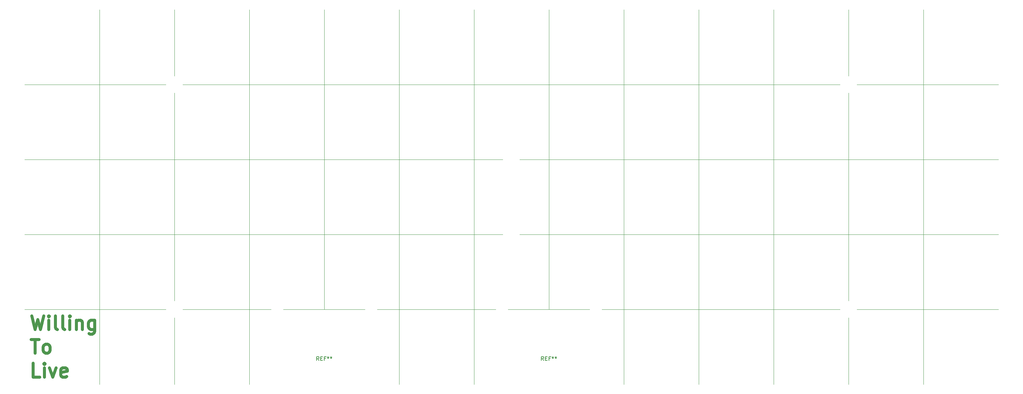
<source format=gto>
G04 #@! TF.GenerationSoftware,KiCad,Pcbnew,(5.1.10-1-10_14)*
G04 #@! TF.CreationDate,2021-09-30T10:55:57+10:00*
G04 #@! TF.ProjectId,WTLBetter62,57544c42-6574-4746-9572-36322e6b6963,rev?*
G04 #@! TF.SameCoordinates,Original*
G04 #@! TF.FileFunction,Legend,Top*
G04 #@! TF.FilePolarity,Positive*
%FSLAX46Y46*%
G04 Gerber Fmt 4.6, Leading zero omitted, Abs format (unit mm)*
G04 Created by KiCad (PCBNEW (5.1.10-1-10_14)) date 2021-09-30 10:55:57*
%MOMM*%
%LPD*%
G01*
G04 APERTURE LIST*
%ADD10C,0.800000*%
%ADD11C,0.120000*%
%ADD12C,0.150000*%
%ADD13C,3.000000*%
%ADD14C,1.900000*%
%ADD15C,4.100000*%
%ADD16C,1.152000*%
%ADD17C,3.048000*%
%ADD18C,3.987800*%
%ADD19O,1.000000X2.200000*%
%ADD20O,1.000000X1.800000*%
%ADD21C,1.400000*%
%ADD22C,4.300000*%
G04 APERTURE END LIST*
D10*
X25626250Y-54739583D02*
X26459583Y-58239583D01*
X27126250Y-55739583D01*
X27792916Y-58239583D01*
X28626250Y-54739583D01*
X29959583Y-58239583D02*
X29959583Y-55906250D01*
X29959583Y-54739583D02*
X29792916Y-54906250D01*
X29959583Y-55072916D01*
X30126250Y-54906250D01*
X29959583Y-54739583D01*
X29959583Y-55072916D01*
X32126250Y-58239583D02*
X31792916Y-58072916D01*
X31626250Y-57739583D01*
X31626250Y-54739583D01*
X33959583Y-58239583D02*
X33626250Y-58072916D01*
X33459583Y-57739583D01*
X33459583Y-54739583D01*
X35292916Y-58239583D02*
X35292916Y-55906250D01*
X35292916Y-54739583D02*
X35126250Y-54906250D01*
X35292916Y-55072916D01*
X35459583Y-54906250D01*
X35292916Y-54739583D01*
X35292916Y-55072916D01*
X36959583Y-55906250D02*
X36959583Y-58239583D01*
X36959583Y-56239583D02*
X37126250Y-56072916D01*
X37459583Y-55906250D01*
X37959583Y-55906250D01*
X38292916Y-56072916D01*
X38459583Y-56406250D01*
X38459583Y-58239583D01*
X41626250Y-55906250D02*
X41626250Y-58739583D01*
X41459583Y-59072916D01*
X41292916Y-59239583D01*
X40959583Y-59406250D01*
X40459583Y-59406250D01*
X40126250Y-59239583D01*
X41626250Y-58072916D02*
X41292916Y-58239583D01*
X40626250Y-58239583D01*
X40292916Y-58072916D01*
X40126250Y-57906250D01*
X39959583Y-57572916D01*
X39959583Y-56572916D01*
X40126250Y-56239583D01*
X40292916Y-56072916D01*
X40626250Y-55906250D01*
X41292916Y-55906250D01*
X41626250Y-56072916D01*
X25459583Y-60789583D02*
X27459583Y-60789583D01*
X26459583Y-64289583D02*
X26459583Y-60789583D01*
X29126250Y-64289583D02*
X28792916Y-64122916D01*
X28626250Y-63956250D01*
X28459583Y-63622916D01*
X28459583Y-62622916D01*
X28626250Y-62289583D01*
X28792916Y-62122916D01*
X29126250Y-61956250D01*
X29626250Y-61956250D01*
X29959583Y-62122916D01*
X30126250Y-62289583D01*
X30292916Y-62622916D01*
X30292916Y-63622916D01*
X30126250Y-63956250D01*
X29959583Y-64122916D01*
X29626250Y-64289583D01*
X29126250Y-64289583D01*
X27626250Y-70339583D02*
X25959583Y-70339583D01*
X25959583Y-66839583D01*
X28792916Y-70339583D02*
X28792916Y-68006250D01*
X28792916Y-66839583D02*
X28626250Y-67006250D01*
X28792916Y-67172916D01*
X28959583Y-67006250D01*
X28792916Y-66839583D01*
X28792916Y-67172916D01*
X30126250Y-68006250D02*
X30959583Y-70339583D01*
X31792916Y-68006250D01*
X34459583Y-70172916D02*
X34126250Y-70339583D01*
X33459583Y-70339583D01*
X33126250Y-70172916D01*
X32959583Y-69839583D01*
X32959583Y-68506250D01*
X33126250Y-68172916D01*
X33459583Y-68006250D01*
X34126250Y-68006250D01*
X34459583Y-68172916D01*
X34626250Y-68506250D01*
X34626250Y-68839583D01*
X32959583Y-69172916D01*
D11*
X23812500Y3968750D02*
X271462500Y3968750D01*
X271462500Y-15081250D02*
X23812500Y-15081250D01*
X23812500Y-34131250D02*
X271462500Y-34131250D01*
X271462500Y-53181250D02*
X23812500Y-53181250D01*
X252412500Y23018750D02*
X252412500Y-72231250D01*
X233362500Y-72231250D02*
X233362500Y23018750D01*
X214312500Y23018750D02*
X214312500Y-72231250D01*
X195262500Y-72231250D02*
X195262500Y23018750D01*
X176212500Y23018750D02*
X176212500Y-72231250D01*
X157162500Y-53181250D02*
X157162500Y23018750D01*
X138112500Y23018750D02*
X138112500Y-72231250D01*
X119062500Y-72231250D02*
X119062500Y23018750D01*
X100012500Y23018750D02*
X100012500Y-53181250D01*
X80962500Y-72231250D02*
X80962500Y23018750D01*
X61912500Y23018750D02*
X61912500Y-72231250D01*
X42862500Y-72231250D02*
X42862500Y23018750D01*
D12*
X155829166Y-66158630D02*
X155495833Y-65682440D01*
X155257738Y-66158630D02*
X155257738Y-65158630D01*
X155638690Y-65158630D01*
X155733928Y-65206250D01*
X155781547Y-65253869D01*
X155829166Y-65349107D01*
X155829166Y-65491964D01*
X155781547Y-65587202D01*
X155733928Y-65634821D01*
X155638690Y-65682440D01*
X155257738Y-65682440D01*
X156257738Y-65634821D02*
X156591071Y-65634821D01*
X156733928Y-66158630D02*
X156257738Y-66158630D01*
X156257738Y-65158630D01*
X156733928Y-65158630D01*
X157495833Y-65634821D02*
X157162500Y-65634821D01*
X157162500Y-66158630D02*
X157162500Y-65158630D01*
X157638690Y-65158630D01*
X158162500Y-65158630D02*
X158162500Y-65396726D01*
X157924404Y-65301488D02*
X158162500Y-65396726D01*
X158400595Y-65301488D01*
X158019642Y-65587202D02*
X158162500Y-65396726D01*
X158305357Y-65587202D01*
X158924404Y-65158630D02*
X158924404Y-65396726D01*
X158686309Y-65301488D02*
X158924404Y-65396726D01*
X159162500Y-65301488D01*
X158781547Y-65587202D02*
X158924404Y-65396726D01*
X159067261Y-65587202D01*
X98679166Y-66158630D02*
X98345833Y-65682440D01*
X98107738Y-66158630D02*
X98107738Y-65158630D01*
X98488690Y-65158630D01*
X98583928Y-65206250D01*
X98631547Y-65253869D01*
X98679166Y-65349107D01*
X98679166Y-65491964D01*
X98631547Y-65587202D01*
X98583928Y-65634821D01*
X98488690Y-65682440D01*
X98107738Y-65682440D01*
X99107738Y-65634821D02*
X99441071Y-65634821D01*
X99583928Y-66158630D02*
X99107738Y-66158630D01*
X99107738Y-65158630D01*
X99583928Y-65158630D01*
X100345833Y-65634821D02*
X100012500Y-65634821D01*
X100012500Y-66158630D02*
X100012500Y-65158630D01*
X100488690Y-65158630D01*
X101012500Y-65158630D02*
X101012500Y-65396726D01*
X100774404Y-65301488D02*
X101012500Y-65396726D01*
X101250595Y-65301488D01*
X100869642Y-65587202D02*
X101012500Y-65396726D01*
X101155357Y-65587202D01*
X101774404Y-65158630D02*
X101774404Y-65396726D01*
X101536309Y-65301488D02*
X101774404Y-65396726D01*
X102012500Y-65301488D01*
X101631547Y-65587202D02*
X101774404Y-65396726D01*
X101917261Y-65587202D01*
%LPC*%
D13*
X30797500Y8413750D03*
X37147500Y10953750D03*
D14*
X38417500Y13493750D03*
X28257500Y13493750D03*
D15*
X33337500Y13493750D03*
D13*
X102552500Y-57626250D03*
X96202500Y-60166250D03*
D14*
X94932500Y-62706250D03*
X105092500Y-62706250D03*
D15*
X100012500Y-62706250D03*
D16*
X269875000Y21431250D03*
X26193750Y20637500D03*
X269875000Y-70643750D03*
D13*
X159702500Y-57626250D03*
X153352500Y-60166250D03*
D14*
X152082500Y-62706250D03*
X162242500Y-62706250D03*
D15*
X157162500Y-62706250D03*
D17*
X145224500Y-69691250D03*
X169100500Y-69691250D03*
D18*
X145224500Y-54451250D03*
X169100500Y-54451250D03*
D17*
X88074500Y-69691250D03*
X111950500Y-69691250D03*
D18*
X88074500Y-54451250D03*
X111950500Y-54451250D03*
D19*
X30138750Y21826000D03*
X41298750Y21826000D03*
D20*
X41298750Y17826000D03*
X30138750Y17826000D03*
D13*
X264477500Y-57626250D03*
X258127500Y-60166250D03*
D14*
X256857500Y-62706250D03*
X267017500Y-62706250D03*
D15*
X261937500Y-62706250D03*
D13*
X245427500Y-57626250D03*
X239077500Y-60166250D03*
D14*
X237807500Y-62706250D03*
X247967500Y-62706250D03*
D15*
X242887500Y-62706250D03*
D13*
X226377500Y-57626250D03*
X220027500Y-60166250D03*
D14*
X218757500Y-62706250D03*
X228917500Y-62706250D03*
D15*
X223837500Y-62706250D03*
D13*
X207327500Y-57626250D03*
X200977500Y-60166250D03*
D14*
X199707500Y-62706250D03*
X209867500Y-62706250D03*
D15*
X204787500Y-62706250D03*
D13*
X188277500Y-57626250D03*
X181927500Y-60166250D03*
D14*
X180657500Y-62706250D03*
X190817500Y-62706250D03*
D15*
X185737500Y-62706250D03*
D13*
X131127500Y-57626250D03*
X124777500Y-60166250D03*
D14*
X123507500Y-62706250D03*
X133667500Y-62706250D03*
D15*
X128587500Y-62706250D03*
D13*
X73977500Y-57626250D03*
X67627500Y-60166250D03*
D14*
X66357500Y-62706250D03*
X76517500Y-62706250D03*
D15*
X71437500Y-62706250D03*
D13*
X54927500Y-57626250D03*
X48577500Y-60166250D03*
D14*
X47307500Y-62706250D03*
X57467500Y-62706250D03*
D15*
X52387500Y-62706250D03*
D13*
X264477500Y-38576250D03*
X258127500Y-41116250D03*
D14*
X256857500Y-43656250D03*
X267017500Y-43656250D03*
D15*
X261937500Y-43656250D03*
D13*
X245427500Y-38576250D03*
X239077500Y-41116250D03*
D14*
X237807500Y-43656250D03*
X247967500Y-43656250D03*
D15*
X242887500Y-43656250D03*
D13*
X226377500Y-38576250D03*
X220027500Y-41116250D03*
D14*
X218757500Y-43656250D03*
X228917500Y-43656250D03*
D15*
X223837500Y-43656250D03*
D13*
X207327500Y-38576250D03*
X200977500Y-41116250D03*
D14*
X199707500Y-43656250D03*
X209867500Y-43656250D03*
D15*
X204787500Y-43656250D03*
D13*
X188277500Y-38576250D03*
X181927500Y-41116250D03*
D14*
X180657500Y-43656250D03*
X190817500Y-43656250D03*
D15*
X185737500Y-43656250D03*
D13*
X169227500Y-38576250D03*
X162877500Y-41116250D03*
D14*
X161607500Y-43656250D03*
X171767500Y-43656250D03*
D15*
X166687500Y-43656250D03*
D13*
X150177500Y-38576250D03*
X143827500Y-41116250D03*
D14*
X142557500Y-43656250D03*
X152717500Y-43656250D03*
D15*
X147637500Y-43656250D03*
D13*
X131127500Y-38576250D03*
X124777500Y-41116250D03*
D14*
X123507500Y-43656250D03*
X133667500Y-43656250D03*
D15*
X128587500Y-43656250D03*
D13*
X112077500Y-38576250D03*
X105727500Y-41116250D03*
D14*
X104457500Y-43656250D03*
X114617500Y-43656250D03*
D15*
X109537500Y-43656250D03*
D13*
X93027500Y-38576250D03*
X86677500Y-41116250D03*
D14*
X85407500Y-43656250D03*
X95567500Y-43656250D03*
D15*
X90487500Y-43656250D03*
D13*
X54927500Y-38576250D03*
X48577500Y-41116250D03*
D14*
X47307500Y-43656250D03*
X57467500Y-43656250D03*
D15*
X52387500Y-43656250D03*
D13*
X35877500Y-38576250D03*
X29527500Y-41116250D03*
D14*
X28257500Y-43656250D03*
X38417500Y-43656250D03*
D15*
X33337500Y-43656250D03*
D13*
X264477500Y-19526250D03*
X258127500Y-22066250D03*
D14*
X256857500Y-24606250D03*
X267017500Y-24606250D03*
D15*
X261937500Y-24606250D03*
D13*
X245427500Y-19526250D03*
X239077500Y-22066250D03*
D14*
X237807500Y-24606250D03*
X247967500Y-24606250D03*
D15*
X242887500Y-24606250D03*
D13*
X226377500Y-19526250D03*
X220027500Y-22066250D03*
D14*
X218757500Y-24606250D03*
X228917500Y-24606250D03*
D15*
X223837500Y-24606250D03*
D13*
X207327500Y-19526250D03*
X200977500Y-22066250D03*
D14*
X199707500Y-24606250D03*
X209867500Y-24606250D03*
D15*
X204787500Y-24606250D03*
D13*
X188277500Y-19526250D03*
X181927500Y-22066250D03*
D14*
X180657500Y-24606250D03*
X190817500Y-24606250D03*
D15*
X185737500Y-24606250D03*
D13*
X169227500Y-19526250D03*
X162877500Y-22066250D03*
D14*
X161607500Y-24606250D03*
X171767500Y-24606250D03*
D15*
X166687500Y-24606250D03*
D13*
X150177500Y-19526250D03*
X143827500Y-22066250D03*
D14*
X142557500Y-24606250D03*
X152717500Y-24606250D03*
D15*
X147637500Y-24606250D03*
D13*
X131127500Y-19526250D03*
X124777500Y-22066250D03*
D14*
X123507500Y-24606250D03*
X133667500Y-24606250D03*
D15*
X128587500Y-24606250D03*
D13*
X112077500Y-19526250D03*
X105727500Y-22066250D03*
D14*
X104457500Y-24606250D03*
X114617500Y-24606250D03*
D15*
X109537500Y-24606250D03*
D13*
X93027500Y-19526250D03*
X86677500Y-22066250D03*
D14*
X85407500Y-24606250D03*
X95567500Y-24606250D03*
D15*
X90487500Y-24606250D03*
D13*
X73977500Y-19526250D03*
X67627500Y-22066250D03*
D14*
X66357500Y-24606250D03*
X76517500Y-24606250D03*
D15*
X71437500Y-24606250D03*
D13*
X54927500Y-19526250D03*
X48577500Y-22066250D03*
D14*
X47307500Y-24606250D03*
X57467500Y-24606250D03*
D15*
X52387500Y-24606250D03*
D13*
X35877500Y-19526250D03*
X29527500Y-22066250D03*
D14*
X28257500Y-24606250D03*
X38417500Y-24606250D03*
D15*
X33337500Y-24606250D03*
D13*
X264477500Y-476250D03*
X258127500Y-3016250D03*
D14*
X256857500Y-5556250D03*
X267017500Y-5556250D03*
D15*
X261937500Y-5556250D03*
D13*
X245427500Y-476250D03*
X239077500Y-3016250D03*
D14*
X237807500Y-5556250D03*
X247967500Y-5556250D03*
D15*
X242887500Y-5556250D03*
D13*
X226377500Y-476250D03*
X220027500Y-3016250D03*
D14*
X218757500Y-5556250D03*
X228917500Y-5556250D03*
D15*
X223837500Y-5556250D03*
D13*
X207327500Y-476250D03*
X200977500Y-3016250D03*
D14*
X199707500Y-5556250D03*
X209867500Y-5556250D03*
D15*
X204787500Y-5556250D03*
D13*
X188277500Y-476250D03*
X181927500Y-3016250D03*
D14*
X180657500Y-5556250D03*
X190817500Y-5556250D03*
D15*
X185737500Y-5556250D03*
D13*
X169227500Y-476250D03*
X162877500Y-3016250D03*
D14*
X161607500Y-5556250D03*
X171767500Y-5556250D03*
D15*
X166687500Y-5556250D03*
D13*
X150177500Y-476250D03*
X143827500Y-3016250D03*
D14*
X142557500Y-5556250D03*
X152717500Y-5556250D03*
D15*
X147637500Y-5556250D03*
D13*
X131127500Y-476250D03*
X124777500Y-3016250D03*
D14*
X123507500Y-5556250D03*
X133667500Y-5556250D03*
D15*
X128587500Y-5556250D03*
D13*
X112077500Y-476250D03*
X105727500Y-3016250D03*
D14*
X104457500Y-5556250D03*
X114617500Y-5556250D03*
D15*
X109537500Y-5556250D03*
D13*
X93027500Y-476250D03*
X86677500Y-3016250D03*
D14*
X85407500Y-5556250D03*
X95567500Y-5556250D03*
D15*
X90487500Y-5556250D03*
D13*
X73977500Y-476250D03*
X67627500Y-3016250D03*
D14*
X66357500Y-5556250D03*
X76517500Y-5556250D03*
D15*
X71437500Y-5556250D03*
D13*
X54927500Y-476250D03*
X48577500Y-3016250D03*
D14*
X47307500Y-5556250D03*
X57467500Y-5556250D03*
D15*
X52387500Y-5556250D03*
D13*
X35877500Y-476250D03*
X29527500Y-3016250D03*
D14*
X28257500Y-5556250D03*
X38417500Y-5556250D03*
D15*
X33337500Y-5556250D03*
D13*
X264477500Y18573750D03*
X258127500Y16033750D03*
D14*
X256857500Y13493750D03*
X267017500Y13493750D03*
D15*
X261937500Y13493750D03*
D13*
X245427500Y18573750D03*
X239077500Y16033750D03*
D14*
X237807500Y13493750D03*
X247967500Y13493750D03*
D15*
X242887500Y13493750D03*
D13*
X226377500Y18573750D03*
X220027500Y16033750D03*
D14*
X218757500Y13493750D03*
X228917500Y13493750D03*
D15*
X223837500Y13493750D03*
D13*
X207327500Y18573750D03*
X200977500Y16033750D03*
D14*
X199707500Y13493750D03*
X209867500Y13493750D03*
D15*
X204787500Y13493750D03*
D13*
X188277500Y18573750D03*
X181927500Y16033750D03*
D14*
X180657500Y13493750D03*
X190817500Y13493750D03*
D15*
X185737500Y13493750D03*
D13*
X169227500Y18573750D03*
X162877500Y16033750D03*
D14*
X161607500Y13493750D03*
X171767500Y13493750D03*
D15*
X166687500Y13493750D03*
D13*
X150177500Y18573750D03*
X143827500Y16033750D03*
D14*
X142557500Y13493750D03*
X152717500Y13493750D03*
D15*
X147637500Y13493750D03*
D13*
X131127500Y18573750D03*
X124777500Y16033750D03*
D14*
X123507500Y13493750D03*
X133667500Y13493750D03*
D15*
X128587500Y13493750D03*
D13*
X112077500Y18573750D03*
X105727500Y16033750D03*
D14*
X104457500Y13493750D03*
X114617500Y13493750D03*
D15*
X109537500Y13493750D03*
D13*
X93027500Y18573750D03*
X86677500Y16033750D03*
D14*
X85407500Y13493750D03*
X95567500Y13493750D03*
D15*
X90487500Y13493750D03*
D13*
X73977500Y18573750D03*
X67627500Y16033750D03*
D14*
X66357500Y13493750D03*
X76517500Y13493750D03*
D15*
X71437500Y13493750D03*
D13*
X54927500Y18573750D03*
X48577500Y16033750D03*
D14*
X47307500Y13493750D03*
X57467500Y13493750D03*
D15*
X52387500Y13493750D03*
D21*
X27781250Y-50165000D03*
X27781250Y-47625000D03*
D22*
X147637500Y-15081250D03*
X147637500Y-34131250D03*
X233362500Y3968750D03*
X233362500Y-53181250D03*
X61912500Y-53181250D03*
X61912500Y3968750D03*
M02*

</source>
